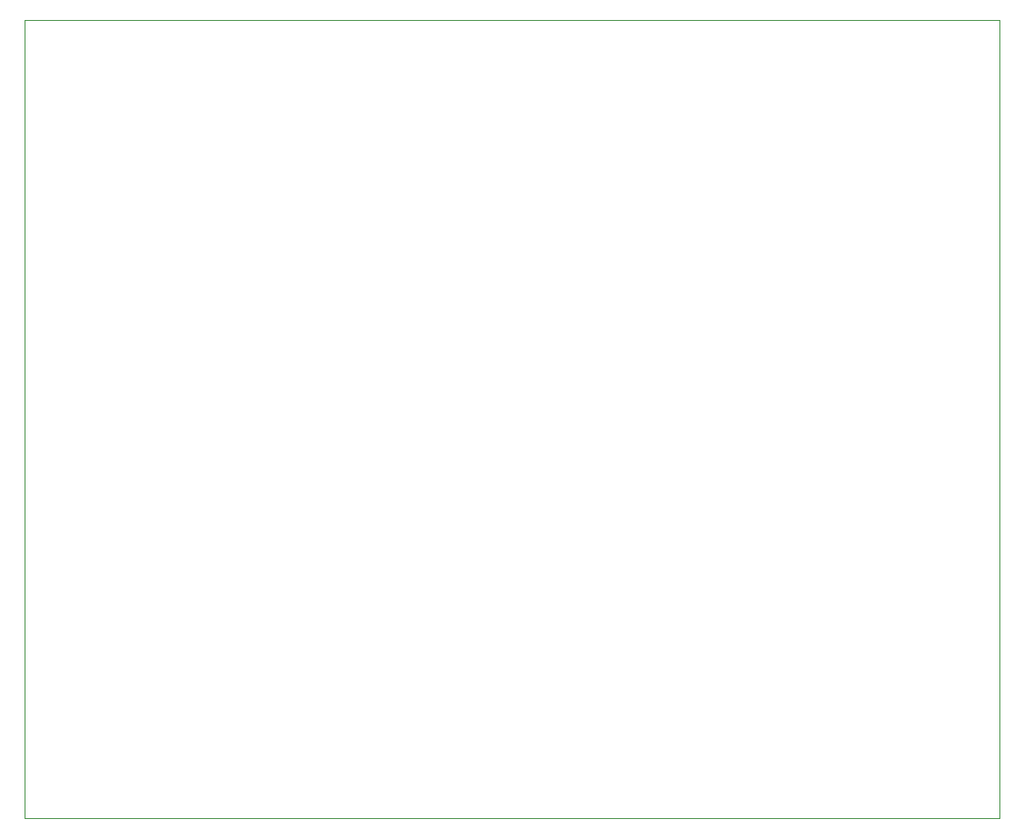
<source format=gm1>
G04 #@! TF.GenerationSoftware,KiCad,Pcbnew,(6.0.5)*
G04 #@! TF.CreationDate,2025-09-09T17:56:06-06:00*
G04 #@! TF.ProjectId,tarjeta_pump_it_up,7461726a-6574-4615-9f70-756d705f6974,rev?*
G04 #@! TF.SameCoordinates,Original*
G04 #@! TF.FileFunction,Profile,NP*
%FSLAX46Y46*%
G04 Gerber Fmt 4.6, Leading zero omitted, Abs format (unit mm)*
G04 Created by KiCad (PCBNEW (6.0.5)) date 2025-09-09 17:56:06*
%MOMM*%
%LPD*%
G01*
G04 APERTURE LIST*
G04 #@! TA.AperFunction,Profile*
%ADD10C,0.100000*%
G04 #@! TD*
G04 APERTURE END LIST*
D10*
X175960000Y-69890000D02*
X85210000Y-69890000D01*
X85210000Y-69890000D02*
X85210000Y-144260000D01*
X85210000Y-144260000D02*
X175960000Y-144260000D01*
X175960000Y-144260000D02*
X175960000Y-69890000D01*
M02*

</source>
